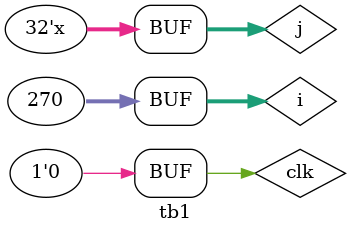
<source format=v>
module tb1();

    reg clk;

    wire [31:0] result;
    wire [7:0] pc;
    wire [5:0] opcode;

    datapath core_1(clk,result,pc,opcode);

    integer i;

    initial
        begin
            clk = 0;
            for (i = 0; i < 270; i = i + 1)
                begin
                    #5 clk =~ clk;
                end
        end

    integer j = 0;

    always @(*) begin
        if (clk == 1) begin
            $monitor("Clock: %b Result: %d PC: %d Opcode: %b",clk,result,pc,opcode);
            j = j + 1;
        end

        else
            $monitor("");
    end

endmodule
</source>
